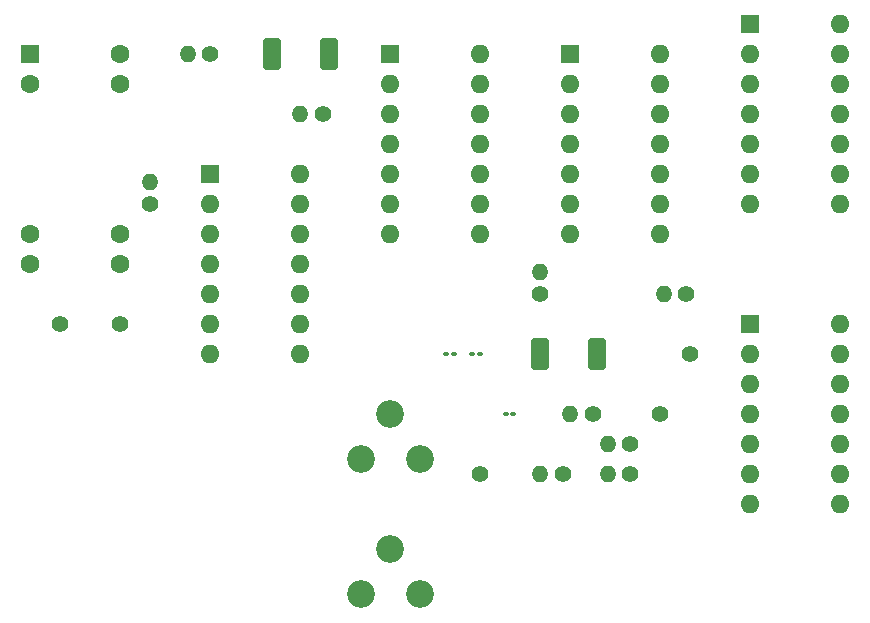
<source format=gbr>
%TF.GenerationSoftware,KiCad,Pcbnew,7.0.1*%
%TF.CreationDate,2023-04-24T15:46:41+03:00*%
%TF.ProjectId,BSPD,42535044-2e6b-4696-9361-645f70636258,rev?*%
%TF.SameCoordinates,Original*%
%TF.FileFunction,Soldermask,Top*%
%TF.FilePolarity,Negative*%
%FSLAX46Y46*%
G04 Gerber Fmt 4.6, Leading zero omitted, Abs format (unit mm)*
G04 Created by KiCad (PCBNEW 7.0.1) date 2023-04-24 15:46:41*
%MOMM*%
%LPD*%
G01*
G04 APERTURE LIST*
G04 Aperture macros list*
%AMRoundRect*
0 Rectangle with rounded corners*
0 $1 Rounding radius*
0 $2 $3 $4 $5 $6 $7 $8 $9 X,Y pos of 4 corners*
0 Add a 4 corners polygon primitive as box body*
4,1,4,$2,$3,$4,$5,$6,$7,$8,$9,$2,$3,0*
0 Add four circle primitives for the rounded corners*
1,1,$1+$1,$2,$3*
1,1,$1+$1,$4,$5*
1,1,$1+$1,$6,$7*
1,1,$1+$1,$8,$9*
0 Add four rect primitives between the rounded corners*
20,1,$1+$1,$2,$3,$4,$5,0*
20,1,$1+$1,$4,$5,$6,$7,0*
20,1,$1+$1,$6,$7,$8,$9,0*
20,1,$1+$1,$8,$9,$2,$3,0*%
G04 Aperture macros list end*
%ADD10C,2.340000*%
%ADD11C,1.400000*%
%ADD12O,1.400000X1.400000*%
%ADD13R,1.600000X1.600000*%
%ADD14O,1.600000X1.600000*%
%ADD15RoundRect,0.100000X-0.130000X-0.100000X0.130000X-0.100000X0.130000X0.100000X-0.130000X0.100000X0*%
%ADD16C,1.600000*%
%ADD17RoundRect,0.250000X-0.500000X-1.100000X0.500000X-1.100000X0.500000X1.100000X-0.500000X1.100000X0*%
%ADD18RoundRect,0.100000X0.130000X0.100000X-0.130000X0.100000X-0.130000X-0.100000X0.130000X-0.100000X0*%
%ADD19RoundRect,0.250000X0.500000X1.100000X-0.500000X1.100000X-0.500000X-1.100000X0.500000X-1.100000X0*%
G04 APERTURE END LIST*
D10*
%TO.C,RV2*%
X43220000Y-57140000D03*
X45720000Y-53340000D03*
X48220000Y-57140000D03*
%TD*%
%TO.C,RV1*%
X43220000Y-68580000D03*
X45720000Y-64780000D03*
X48220000Y-68580000D03*
%TD*%
D11*
%TO.C,R14*%
X70775000Y-43180000D03*
D12*
X68875000Y-43180000D03*
%TD*%
D11*
%TO.C,R12*%
X60320000Y-58420000D03*
D12*
X58420000Y-58420000D03*
%TD*%
D11*
%TO.C,R11*%
X66040000Y-58420000D03*
D12*
X64140000Y-58420000D03*
%TD*%
D11*
%TO.C,R10*%
X40000000Y-27940000D03*
D12*
X38100000Y-27940000D03*
%TD*%
D11*
%TO.C,R9*%
X58420000Y-43180000D03*
D12*
X58420000Y-41280000D03*
%TD*%
D11*
%TO.C,R8*%
X62860000Y-53340000D03*
D12*
X60960000Y-53340000D03*
%TD*%
D11*
%TO.C,R7*%
X66040000Y-55880000D03*
D12*
X64140000Y-55880000D03*
%TD*%
D11*
%TO.C,R6*%
X30480000Y-22860000D03*
D12*
X28580000Y-22860000D03*
%TD*%
D11*
%TO.C,R5*%
X25400000Y-35560000D03*
D12*
X25400000Y-33660000D03*
%TD*%
D11*
%TO.C,TP4*%
X53340000Y-58420000D03*
%TD*%
D13*
%TO.C,U1*%
X76200000Y-20320000D03*
D14*
X76200000Y-22860000D03*
X76200000Y-25400000D03*
X76200000Y-27940000D03*
X76200000Y-30480000D03*
X76200000Y-33020000D03*
X76200000Y-35560000D03*
X83820000Y-35560000D03*
X83820000Y-33020000D03*
X83820000Y-30480000D03*
X83820000Y-27940000D03*
X83820000Y-25400000D03*
X83820000Y-22860000D03*
X83820000Y-20320000D03*
%TD*%
D15*
%TO.C,C2*%
X50480000Y-48260000D03*
X51120000Y-48260000D03*
%TD*%
D14*
%TO.C,U3*%
X38100000Y-33020000D03*
X38100000Y-35560000D03*
X38100000Y-38100000D03*
X38100000Y-40640000D03*
X38100000Y-43180000D03*
X38100000Y-45720000D03*
X38100000Y-48260000D03*
X30480000Y-48260000D03*
X30480000Y-45720000D03*
X30480000Y-43180000D03*
X30480000Y-40640000D03*
X30480000Y-38100000D03*
X30480000Y-35560000D03*
D13*
X30480000Y-33020000D03*
%TD*%
%TO.C,U4*%
X45720000Y-22860000D03*
D14*
X45720000Y-25400000D03*
X45720000Y-27940000D03*
X45720000Y-30480000D03*
X45720000Y-33020000D03*
X45720000Y-35560000D03*
X45720000Y-38100000D03*
X53340000Y-38100000D03*
X53340000Y-35560000D03*
X53340000Y-33020000D03*
X53340000Y-30480000D03*
X53340000Y-27940000D03*
X53340000Y-25400000D03*
X53340000Y-22860000D03*
%TD*%
D13*
%TO.C,U2*%
X15240000Y-22860000D03*
D16*
X15240000Y-25400000D03*
X15240000Y-38100000D03*
X15240000Y-40640000D03*
X22860000Y-40640000D03*
X22860000Y-38100000D03*
X22860000Y-25400000D03*
X22860000Y-22860000D03*
%TD*%
D13*
%TO.C,U6*%
X76200000Y-45720000D03*
D14*
X76200000Y-48260000D03*
X76200000Y-50800000D03*
X76200000Y-53340000D03*
X76200000Y-55880000D03*
X76200000Y-58420000D03*
X76200000Y-60960000D03*
X83820000Y-60960000D03*
X83820000Y-58420000D03*
X83820000Y-55880000D03*
X83820000Y-53340000D03*
X83820000Y-50800000D03*
X83820000Y-48260000D03*
X83820000Y-45720000D03*
%TD*%
D17*
%TO.C,D2*%
X35700000Y-22860000D03*
X40500000Y-22860000D03*
%TD*%
D15*
%TO.C,C1*%
X55518088Y-53340000D03*
X56158088Y-53340000D03*
%TD*%
D11*
%TO.C,TP1*%
X17780000Y-45720000D03*
%TD*%
D18*
%TO.C,C3*%
X53315000Y-48260000D03*
X52675000Y-48260000D03*
%TD*%
D19*
%TO.C,D1*%
X63220000Y-48260000D03*
X58420000Y-48260000D03*
%TD*%
D11*
%TO.C,TP2*%
X68580000Y-53340000D03*
%TD*%
%TO.C,TP3*%
X22860000Y-45720000D03*
%TD*%
%TO.C,TP5*%
X71120000Y-48260000D03*
%TD*%
D13*
%TO.C,U5*%
X60960000Y-22855000D03*
D14*
X60960000Y-25395000D03*
X60960000Y-27935000D03*
X60960000Y-30475000D03*
X60960000Y-33015000D03*
X60960000Y-35555000D03*
X60960000Y-38095000D03*
X68580000Y-38095000D03*
X68580000Y-35555000D03*
X68580000Y-33015000D03*
X68580000Y-30475000D03*
X68580000Y-27935000D03*
X68580000Y-25395000D03*
X68580000Y-22855000D03*
%TD*%
M02*

</source>
